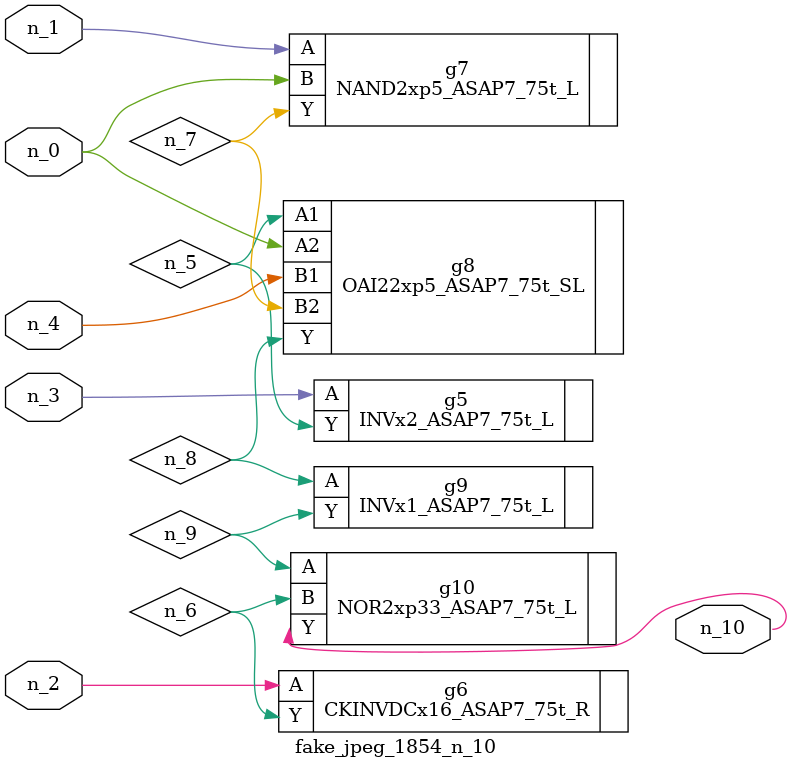
<source format=v>
module fake_jpeg_1854_n_10 (n_3, n_2, n_1, n_0, n_4, n_10);

input n_3;
input n_2;
input n_1;
input n_0;
input n_4;

output n_10;

wire n_8;
wire n_9;
wire n_6;
wire n_5;
wire n_7;

INVx2_ASAP7_75t_L g5 ( 
.A(n_3),
.Y(n_5)
);

CKINVDCx16_ASAP7_75t_R g6 ( 
.A(n_2),
.Y(n_6)
);

NAND2xp5_ASAP7_75t_L g7 ( 
.A(n_1),
.B(n_0),
.Y(n_7)
);

OAI22xp5_ASAP7_75t_SL g8 ( 
.A1(n_5),
.A2(n_0),
.B1(n_4),
.B2(n_7),
.Y(n_8)
);

INVx1_ASAP7_75t_L g9 ( 
.A(n_8),
.Y(n_9)
);

NOR2xp33_ASAP7_75t_L g10 ( 
.A(n_9),
.B(n_6),
.Y(n_10)
);


endmodule
</source>
